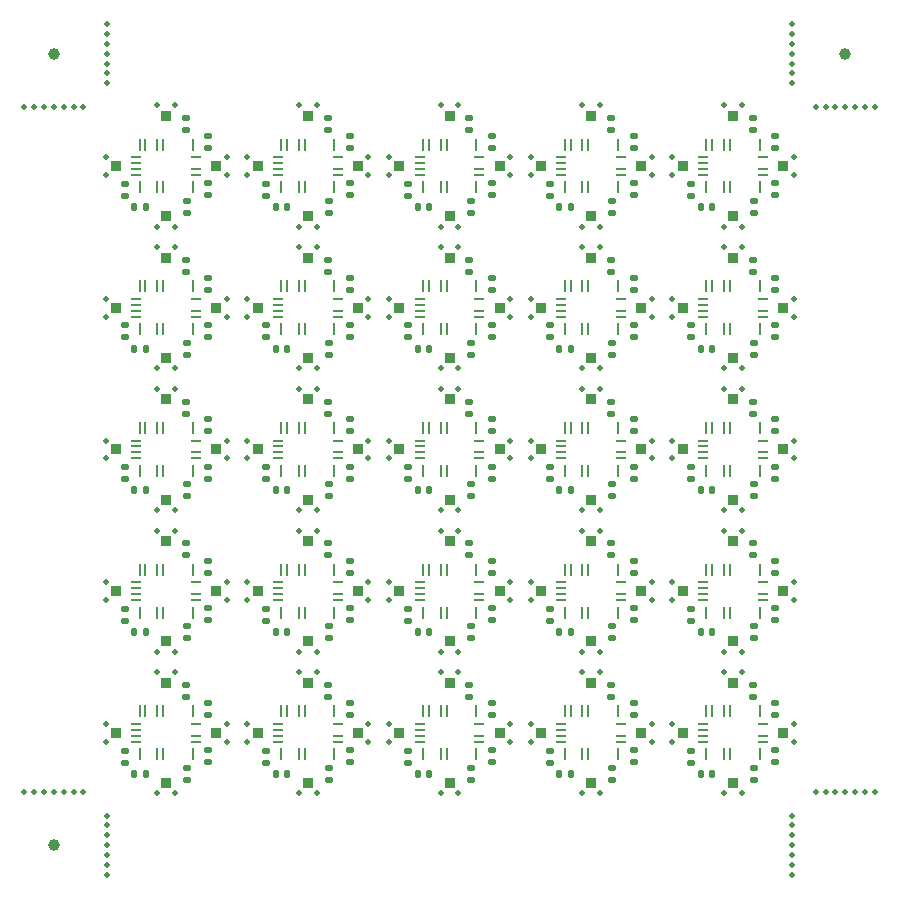
<source format=gbr>
%TF.GenerationSoftware,KiCad,Pcbnew,7.0.6-1.fc38*%
%TF.CreationDate,2023-07-26T15:00:37-04:00*%
%TF.ProjectId,bno085-i2c-board-v4-panel,626e6f30-3835-42d6-9932-632d626f6172,rev?*%
%TF.SameCoordinates,Original*%
%TF.FileFunction,Soldermask,Top*%
%TF.FilePolarity,Negative*%
%FSLAX46Y46*%
G04 Gerber Fmt 4.6, Leading zero omitted, Abs format (unit mm)*
G04 Created by KiCad (PCBNEW 7.0.6-1.fc38) date 2023-07-26 15:00:37*
%MOMM*%
%LPD*%
G01*
G04 APERTURE LIST*
G04 Aperture macros list*
%AMRoundRect*
0 Rectangle with rounded corners*
0 $1 Rounding radius*
0 $2 $3 $4 $5 $6 $7 $8 $9 X,Y pos of 4 corners*
0 Add a 4 corners polygon primitive as box body*
4,1,4,$2,$3,$4,$5,$6,$7,$8,$9,$2,$3,0*
0 Add four circle primitives for the rounded corners*
1,1,$1+$1,$2,$3*
1,1,$1+$1,$4,$5*
1,1,$1+$1,$6,$7*
1,1,$1+$1,$8,$9*
0 Add four rect primitives between the rounded corners*
20,1,$1+$1,$2,$3,$4,$5,0*
20,1,$1+$1,$4,$5,$6,$7,0*
20,1,$1+$1,$6,$7,$8,$9,0*
20,1,$1+$1,$8,$9,$2,$3,0*%
G04 Aperture macros list end*
%ADD10RoundRect,0.135000X-0.185000X0.135000X-0.185000X-0.135000X0.185000X-0.135000X0.185000X0.135000X0*%
%ADD11R,0.254000X0.975000*%
%ADD12R,0.950000X0.254000*%
%ADD13R,0.850000X0.850000*%
%ADD14C,0.500000*%
%ADD15RoundRect,0.140000X0.140000X0.170000X-0.140000X0.170000X-0.140000X-0.170000X0.140000X-0.170000X0*%
%ADD16RoundRect,0.135000X0.185000X-0.135000X0.185000X0.135000X-0.185000X0.135000X-0.185000X-0.135000X0*%
%ADD17C,1.000000*%
G04 APERTURE END LIST*
D10*
%TO.C,R5*%
X63579999Y-33450004D03*
X63579999Y-34470004D03*
%TD*%
D11*
%TO.C,U1*%
X21749999Y-46187504D03*
D12*
X21474999Y-47250004D03*
X21474999Y-47750004D03*
X21474999Y-48250004D03*
X21474999Y-48750004D03*
D11*
X21749999Y-49812504D03*
X23249999Y-49812504D03*
X23749999Y-49812504D03*
X26249999Y-49812504D03*
D12*
X26524999Y-48750004D03*
X26524999Y-48250004D03*
X26524999Y-47250004D03*
D11*
X26249999Y-46187504D03*
X23749999Y-46187504D03*
X23249999Y-46187504D03*
X22249999Y-46187504D03*
%TD*%
D13*
%TO.C,J3*%
X19749999Y-48000004D03*
%TD*%
D10*
%TO.C,R3*%
X20479999Y-61502707D03*
X20479999Y-62522707D03*
%TD*%
D13*
%TO.C,J4*%
X40249999Y-12000004D03*
%TD*%
%TO.C,J1*%
X11999999Y-19750004D03*
%TD*%
%TO.C,J2*%
X59999999Y-16250004D03*
%TD*%
%TO.C,J2*%
X11999999Y-28250004D03*
%TD*%
D10*
%TO.C,R5*%
X15579999Y-45450004D03*
X15579999Y-46470004D03*
%TD*%
D14*
%TO.C,REF\u002A\u002A*%
X0Y-7000000D03*
%TD*%
D11*
%TO.C,U1*%
X45749999Y-34187504D03*
D12*
X45474999Y-35250004D03*
X45474999Y-35750004D03*
X45474999Y-36250004D03*
X45474999Y-36750004D03*
D11*
X45749999Y-37812504D03*
X47249999Y-37812504D03*
X47749999Y-37812504D03*
X50249999Y-37812504D03*
D12*
X50524999Y-36750004D03*
X50524999Y-36250004D03*
X50524999Y-35250004D03*
D11*
X50249999Y-34187504D03*
X47749999Y-34187504D03*
X47249999Y-34187504D03*
X46249999Y-34187504D03*
%TD*%
D14*
%TO.C,REF\u002A\u002A*%
X41124998Y-23250001D03*
%TD*%
D13*
%TO.C,J4*%
X64249999Y-60000004D03*
%TD*%
D14*
%TO.C,REF\u002A\u002A*%
X12749999Y-29125003D03*
%TD*%
%TO.C,REF\u002A\u002A*%
X60749999Y-17125003D03*
%TD*%
%TO.C,REF\u002A\u002A*%
X3333334Y-7000000D03*
%TD*%
D10*
%TO.C,R3*%
X20479999Y-13502707D03*
X20479999Y-14522707D03*
%TD*%
%TO.C,R5*%
X63579999Y-9450004D03*
X63579999Y-10470004D03*
%TD*%
D13*
%TO.C,J4*%
X28249999Y-36000004D03*
%TD*%
%TO.C,J3*%
X31749999Y-24000004D03*
%TD*%
D14*
%TO.C,REF\u002A\u002A*%
X64999998Y-1666667D03*
%TD*%
D15*
%TO.C,C1*%
X46259999Y-39460004D03*
X45299999Y-39460004D03*
%TD*%
D13*
%TO.C,J2*%
X59999999Y-52250004D03*
%TD*%
%TO.C,J4*%
X16249999Y-36000004D03*
%TD*%
%TO.C,J4*%
X64249999Y-48000004D03*
%TD*%
D14*
%TO.C,REF\u002A\u002A*%
X30874999Y-36750001D03*
%TD*%
D10*
%TO.C,R3*%
X44479999Y-61502707D03*
X44479999Y-62522707D03*
%TD*%
D14*
%TO.C,REF\u002A\u002A*%
X41124998Y-59250001D03*
%TD*%
D16*
%TO.C,R1*%
X25779999Y-39970004D03*
X25779999Y-38950004D03*
%TD*%
D14*
%TO.C,REF\u002A\u002A*%
X6875000Y-59250001D03*
%TD*%
D16*
%TO.C,R4*%
X25679999Y-8970004D03*
X25679999Y-7950004D03*
%TD*%
D14*
%TO.C,REF\u002A\u002A*%
X36749999Y-42875003D03*
%TD*%
D13*
%TO.C,J4*%
X40249999Y-36000004D03*
%TD*%
D10*
%TO.C,R2*%
X27579999Y-37450004D03*
X27579999Y-38470004D03*
%TD*%
%TO.C,R2*%
X27579999Y-49450004D03*
X27579999Y-50470004D03*
%TD*%
D13*
%TO.C,J2*%
X47999999Y-40250004D03*
%TD*%
D11*
%TO.C,U1*%
X21749999Y-22187504D03*
D12*
X21474999Y-23250004D03*
X21474999Y-23750004D03*
X21474999Y-24250004D03*
X21474999Y-24750004D03*
D11*
X21749999Y-25812504D03*
X23249999Y-25812504D03*
X23749999Y-25812504D03*
X26249999Y-25812504D03*
D12*
X26524999Y-24750004D03*
X26524999Y-24250004D03*
X26524999Y-23250004D03*
D11*
X26249999Y-22187504D03*
X23749999Y-22187504D03*
X23249999Y-22187504D03*
X22249999Y-22187504D03*
%TD*%
D13*
%TO.C,J1*%
X35999999Y-19750004D03*
%TD*%
D14*
%TO.C,REF\u002A\u002A*%
X23249999Y-42875000D03*
%TD*%
%TO.C,REF\u002A\u002A*%
X30874999Y-23250001D03*
%TD*%
D16*
%TO.C,R1*%
X61779999Y-27970004D03*
X61779999Y-26950004D03*
%TD*%
D15*
%TO.C,C1*%
X58259999Y-63460004D03*
X57299999Y-63460004D03*
%TD*%
D14*
%TO.C,REF\u002A\u002A*%
X24749999Y-41125003D03*
%TD*%
%TO.C,REF\u002A\u002A*%
X53124998Y-24750001D03*
%TD*%
D11*
%TO.C,U1*%
X45749999Y-22187504D03*
D12*
X45474999Y-23250004D03*
X45474999Y-23750004D03*
X45474999Y-24250004D03*
X45474999Y-24750004D03*
D11*
X45749999Y-25812504D03*
X47249999Y-25812504D03*
X47749999Y-25812504D03*
X50249999Y-25812504D03*
D12*
X50524999Y-24750004D03*
X50524999Y-24250004D03*
X50524999Y-23250004D03*
D11*
X50249999Y-22187504D03*
X47749999Y-22187504D03*
X47249999Y-22187504D03*
X46249999Y-22187504D03*
%TD*%
D13*
%TO.C,J1*%
X59999999Y-31750004D03*
%TD*%
%TO.C,J4*%
X64249999Y-12000004D03*
%TD*%
D10*
%TO.C,R3*%
X56479999Y-37502707D03*
X56479999Y-38522707D03*
%TD*%
D14*
%TO.C,REF\u002A\u002A*%
X30874999Y-59250001D03*
%TD*%
%TO.C,REF\u002A\u002A*%
X41124998Y-11250002D03*
%TD*%
D13*
%TO.C,J1*%
X11999999Y-55750004D03*
%TD*%
D14*
%TO.C,REF\u002A\u002A*%
X64999998Y-72000004D03*
%TD*%
%TO.C,REF\u002A\u002A*%
X35249999Y-29125003D03*
%TD*%
%TO.C,REF\u002A\u002A*%
X7000000Y-72000004D03*
%TD*%
%TO.C,REF\u002A\u002A*%
X35249999Y-30875000D03*
%TD*%
D15*
%TO.C,C1*%
X22259999Y-15460004D03*
X21299999Y-15460004D03*
%TD*%
D10*
%TO.C,R3*%
X32479999Y-49502707D03*
X32479999Y-50522707D03*
%TD*%
D14*
%TO.C,REF\u002A\u002A*%
X7000000Y0D03*
%TD*%
D15*
%TO.C,C1*%
X10259999Y-39460004D03*
X9299999Y-39460004D03*
%TD*%
D14*
%TO.C,REF\u002A\u002A*%
X41124998Y-36750001D03*
%TD*%
%TO.C,REF\u002A\u002A*%
X5000000Y-7000000D03*
%TD*%
D11*
%TO.C,U1*%
X9749999Y-46187504D03*
D12*
X9474999Y-47250004D03*
X9474999Y-47750004D03*
X9474999Y-48250004D03*
X9474999Y-48750004D03*
D11*
X9749999Y-49812504D03*
X11249999Y-49812504D03*
X11749999Y-49812504D03*
X14249999Y-49812504D03*
D12*
X14524999Y-48750004D03*
X14524999Y-48250004D03*
X14524999Y-47250004D03*
D11*
X14249999Y-46187504D03*
X11749999Y-46187504D03*
X11249999Y-46187504D03*
X10249999Y-46187504D03*
%TD*%
D14*
%TO.C,REF\u002A\u002A*%
X42874999Y-24750001D03*
%TD*%
%TO.C,REF\u002A\u002A*%
X18874999Y-48750001D03*
%TD*%
D16*
%TO.C,R4*%
X49679999Y-20970004D03*
X49679999Y-19950004D03*
%TD*%
D13*
%TO.C,J2*%
X35999999Y-16250004D03*
%TD*%
D10*
%TO.C,R5*%
X39579999Y-45450004D03*
X39579999Y-46470004D03*
%TD*%
D14*
%TO.C,REF\u002A\u002A*%
X23249999Y-53125003D03*
%TD*%
D13*
%TO.C,J4*%
X28249999Y-48000004D03*
%TD*%
%TO.C,J2*%
X11999999Y-64250004D03*
%TD*%
D17*
%TO.C,REF\u002A\u002A*%
X69499999Y-2500000D03*
%TD*%
D11*
%TO.C,U1*%
X9749999Y-10187504D03*
D12*
X9474999Y-11250004D03*
X9474999Y-11750004D03*
X9474999Y-12250004D03*
X9474999Y-12750004D03*
D11*
X9749999Y-13812504D03*
X11249999Y-13812504D03*
X11749999Y-13812504D03*
X14249999Y-13812504D03*
D12*
X14524999Y-12750004D03*
X14524999Y-12250004D03*
X14524999Y-11250004D03*
D11*
X14249999Y-10187504D03*
X11749999Y-10187504D03*
X11249999Y-10187504D03*
X10249999Y-10187504D03*
%TD*%
D15*
%TO.C,C1*%
X22259999Y-39460004D03*
X21299999Y-39460004D03*
%TD*%
D10*
%TO.C,R5*%
X27579999Y-45450004D03*
X27579999Y-46470004D03*
%TD*%
D16*
%TO.C,R4*%
X13679999Y-44970004D03*
X13679999Y-43950004D03*
%TD*%
D14*
%TO.C,REF\u002A\u002A*%
X41124998Y-60750001D03*
%TD*%
D13*
%TO.C,J2*%
X23999999Y-52250004D03*
%TD*%
D14*
%TO.C,REF\u002A\u002A*%
X12749999Y-6875004D03*
%TD*%
D16*
%TO.C,R1*%
X49779999Y-63970004D03*
X49779999Y-62950004D03*
%TD*%
D13*
%TO.C,J2*%
X35999999Y-40250004D03*
%TD*%
%TO.C,J1*%
X35999999Y-7750004D03*
%TD*%
%TO.C,J3*%
X7749999Y-36000004D03*
%TD*%
%TO.C,J4*%
X52249999Y-36000004D03*
%TD*%
D14*
%TO.C,REF\u002A\u002A*%
X65124998Y-24750001D03*
%TD*%
D11*
%TO.C,U1*%
X33749999Y-22187504D03*
D12*
X33474999Y-23250004D03*
X33474999Y-23750004D03*
X33474999Y-24250004D03*
X33474999Y-24750004D03*
D11*
X33749999Y-25812504D03*
X35249999Y-25812504D03*
X35749999Y-25812504D03*
X38249999Y-25812504D03*
D12*
X38524999Y-24750004D03*
X38524999Y-24250004D03*
X38524999Y-23250004D03*
D11*
X38249999Y-22187504D03*
X35749999Y-22187504D03*
X35249999Y-22187504D03*
X34249999Y-22187504D03*
%TD*%
D10*
%TO.C,R2*%
X27579999Y-61450004D03*
X27579999Y-62470004D03*
%TD*%
D13*
%TO.C,J1*%
X59999999Y-43750004D03*
%TD*%
D14*
%TO.C,REF\u002A\u002A*%
X41124998Y-47250001D03*
%TD*%
%TO.C,REF\u002A\u002A*%
X60749999Y-29125003D03*
%TD*%
D10*
%TO.C,R5*%
X15579999Y-21450004D03*
X15579999Y-22470004D03*
%TD*%
D14*
%TO.C,REF\u002A\u002A*%
X23249999Y-6875001D03*
%TD*%
%TO.C,REF\u002A\u002A*%
X48749999Y-29125003D03*
%TD*%
%TO.C,REF\u002A\u002A*%
X54874999Y-24750001D03*
%TD*%
%TO.C,REF\u002A\u002A*%
X18874999Y-60750001D03*
%TD*%
%TO.C,REF\u002A\u002A*%
X53124998Y-12750001D03*
%TD*%
%TO.C,REF\u002A\u002A*%
X7000000Y-67833337D03*
%TD*%
%TO.C,REF\u002A\u002A*%
X67833332Y-7000000D03*
%TD*%
%TO.C,REF\u002A\u002A*%
X70333332Y-7000000D03*
%TD*%
D13*
%TO.C,J1*%
X23999999Y-43750004D03*
%TD*%
%TO.C,J4*%
X52249999Y-60000004D03*
%TD*%
D14*
%TO.C,REF\u002A\u002A*%
X60749999Y-30875003D03*
%TD*%
%TO.C,REF\u002A\u002A*%
X59249999Y-54875000D03*
%TD*%
%TO.C,REF\u002A\u002A*%
X54874999Y-12750001D03*
%TD*%
%TO.C,REF\u002A\u002A*%
X65124998Y-48750001D03*
%TD*%
D16*
%TO.C,R1*%
X37779999Y-39970004D03*
X37779999Y-38950004D03*
%TD*%
D14*
%TO.C,REF\u002A\u002A*%
X12749999Y-65125003D03*
%TD*%
%TO.C,REF\u002A\u002A*%
X47249999Y-17125003D03*
%TD*%
D15*
%TO.C,C1*%
X22259999Y-51460004D03*
X21299999Y-51460004D03*
%TD*%
D13*
%TO.C,J1*%
X59999999Y-7750004D03*
%TD*%
D14*
%TO.C,REF\u002A\u002A*%
X3333334Y-65000003D03*
%TD*%
%TO.C,REF\u002A\u002A*%
X42874999Y-60750001D03*
%TD*%
D13*
%TO.C,J3*%
X43749999Y-24000004D03*
%TD*%
D14*
%TO.C,REF\u002A\u002A*%
X29124998Y-60750001D03*
%TD*%
D13*
%TO.C,J4*%
X40249999Y-24000004D03*
%TD*%
D10*
%TO.C,R5*%
X39579999Y-21450004D03*
X39579999Y-22470004D03*
%TD*%
D14*
%TO.C,REF\u002A\u002A*%
X17124998Y-59250001D03*
%TD*%
%TO.C,REF\u002A\u002A*%
X53124998Y-23250001D03*
%TD*%
D10*
%TO.C,R5*%
X51579999Y-33450004D03*
X51579999Y-34470004D03*
%TD*%
D14*
%TO.C,REF\u002A\u002A*%
X18874999Y-23250001D03*
%TD*%
D10*
%TO.C,R5*%
X63579999Y-21450004D03*
X63579999Y-22470004D03*
%TD*%
D13*
%TO.C,J3*%
X19749999Y-60000004D03*
%TD*%
D14*
%TO.C,REF\u002A\u002A*%
X35249999Y-42875000D03*
%TD*%
D13*
%TO.C,J2*%
X11999999Y-52250004D03*
%TD*%
D14*
%TO.C,REF\u002A\u002A*%
X65124998Y-23250001D03*
%TD*%
%TO.C,REF\u002A\u002A*%
X48749999Y-30875003D03*
%TD*%
D10*
%TO.C,R2*%
X39579999Y-49450004D03*
X39579999Y-50470004D03*
%TD*%
D13*
%TO.C,J2*%
X35999999Y-28250004D03*
%TD*%
D14*
%TO.C,REF\u002A\u002A*%
X47249999Y-41125003D03*
%TD*%
D15*
%TO.C,C1*%
X34259999Y-27460004D03*
X33299999Y-27460004D03*
%TD*%
D14*
%TO.C,REF\u002A\u002A*%
X7000000Y-2500000D03*
%TD*%
%TO.C,REF\u002A\u002A*%
X47249999Y-6875001D03*
%TD*%
%TO.C,REF\u002A\u002A*%
X30874999Y-35250001D03*
%TD*%
%TO.C,REF\u002A\u002A*%
X11250000Y-29125003D03*
%TD*%
%TO.C,REF\u002A\u002A*%
X65124998Y-60750001D03*
%TD*%
%TO.C,REF\u002A\u002A*%
X2500000Y-65000003D03*
%TD*%
%TO.C,REF\u002A\u002A*%
X7000000Y-71166670D03*
%TD*%
%TO.C,REF\u002A\u002A*%
X30874999Y-24750001D03*
%TD*%
D10*
%TO.C,R3*%
X20479999Y-25502707D03*
X20479999Y-26522707D03*
%TD*%
D14*
%TO.C,REF\u002A\u002A*%
X65124998Y-59250001D03*
%TD*%
%TO.C,REF\u002A\u002A*%
X54874999Y-59250001D03*
%TD*%
%TO.C,REF\u002A\u002A*%
X35249999Y-18875000D03*
%TD*%
%TO.C,REF\u002A\u002A*%
X11250000Y-30875000D03*
%TD*%
D10*
%TO.C,R3*%
X56479999Y-25502707D03*
X56479999Y-26522707D03*
%TD*%
D13*
%TO.C,J3*%
X19749999Y-36000004D03*
%TD*%
D14*
%TO.C,REF\u002A\u002A*%
X23249999Y-17125003D03*
%TD*%
D10*
%TO.C,R5*%
X51579999Y-21450004D03*
X51579999Y-22470004D03*
%TD*%
D14*
%TO.C,REF\u002A\u002A*%
X47249999Y-18875000D03*
%TD*%
D11*
%TO.C,U1*%
X57749999Y-22187504D03*
D12*
X57474999Y-23250004D03*
X57474999Y-23750004D03*
X57474999Y-24250004D03*
X57474999Y-24750004D03*
D11*
X57749999Y-25812504D03*
X59249999Y-25812504D03*
X59749999Y-25812504D03*
X62249999Y-25812504D03*
D12*
X62524999Y-24750004D03*
X62524999Y-24250004D03*
X62524999Y-23250004D03*
D11*
X62249999Y-22187504D03*
X59749999Y-22187504D03*
X59249999Y-22187504D03*
X58249999Y-22187504D03*
%TD*%
D14*
%TO.C,REF\u002A\u002A*%
X59249999Y-53125003D03*
%TD*%
D10*
%TO.C,R2*%
X51579999Y-25450004D03*
X51579999Y-26470004D03*
%TD*%
%TO.C,R2*%
X15579999Y-25450004D03*
X15579999Y-26470004D03*
%TD*%
D13*
%TO.C,J4*%
X16249999Y-60000004D03*
%TD*%
D16*
%TO.C,R1*%
X13779999Y-63970004D03*
X13779999Y-62950004D03*
%TD*%
D13*
%TO.C,J4*%
X16249999Y-48000004D03*
%TD*%
D14*
%TO.C,REF\u002A\u002A*%
X47249999Y-53125003D03*
%TD*%
D10*
%TO.C,R2*%
X15579999Y-61450004D03*
X15579999Y-62470004D03*
%TD*%
D14*
%TO.C,REF\u002A\u002A*%
X53124998Y-48750001D03*
%TD*%
%TO.C,REF\u002A\u002A*%
X60749999Y-53125003D03*
%TD*%
%TO.C,REF\u002A\u002A*%
X65124998Y-11250002D03*
%TD*%
D13*
%TO.C,J3*%
X19749999Y-12000004D03*
%TD*%
%TO.C,J2*%
X11999999Y-16250004D03*
%TD*%
D14*
%TO.C,REF\u002A\u002A*%
X36749999Y-29125003D03*
%TD*%
D16*
%TO.C,R4*%
X37679999Y-8970004D03*
X37679999Y-7950004D03*
%TD*%
D13*
%TO.C,J4*%
X16249999Y-12000004D03*
%TD*%
D17*
%TO.C,REF\u002A\u002A*%
X2500000Y-2500000D03*
%TD*%
D10*
%TO.C,R2*%
X39579999Y-61450004D03*
X39579999Y-62470004D03*
%TD*%
D14*
%TO.C,REF\u002A\u002A*%
X11250000Y-65125003D03*
%TD*%
%TO.C,REF\u002A\u002A*%
X41124998Y-12750001D03*
%TD*%
D15*
%TO.C,C1*%
X10259999Y-27460004D03*
X9299999Y-27460004D03*
%TD*%
D14*
%TO.C,REF\u002A\u002A*%
X11250000Y-53125003D03*
%TD*%
%TO.C,REF\u002A\u002A*%
X36749999Y-53125003D03*
%TD*%
D13*
%TO.C,J2*%
X23999999Y-28250004D03*
%TD*%
D10*
%TO.C,R2*%
X63579999Y-61450004D03*
X63579999Y-62470004D03*
%TD*%
D14*
%TO.C,REF\u002A\u002A*%
X71999999Y-65000003D03*
%TD*%
%TO.C,REF\u002A\u002A*%
X60749999Y-18875003D03*
%TD*%
D10*
%TO.C,R2*%
X27579999Y-13450004D03*
X27579999Y-14470004D03*
%TD*%
D11*
%TO.C,U1*%
X45749999Y-58187504D03*
D12*
X45474999Y-59250004D03*
X45474999Y-59750004D03*
X45474999Y-60250004D03*
X45474999Y-60750004D03*
D11*
X45749999Y-61812504D03*
X47249999Y-61812504D03*
X47749999Y-61812504D03*
X50249999Y-61812504D03*
D12*
X50524999Y-60750004D03*
X50524999Y-60250004D03*
X50524999Y-59250004D03*
D11*
X50249999Y-58187504D03*
X47749999Y-58187504D03*
X47249999Y-58187504D03*
X46249999Y-58187504D03*
%TD*%
D10*
%TO.C,R3*%
X44479999Y-37502707D03*
X44479999Y-38522707D03*
%TD*%
D14*
%TO.C,REF\u002A\u002A*%
X17124998Y-24750001D03*
%TD*%
D15*
%TO.C,C1*%
X58259999Y-15460004D03*
X57299999Y-15460004D03*
%TD*%
D14*
%TO.C,REF\u002A\u002A*%
X6875000Y-36750001D03*
%TD*%
D13*
%TO.C,J1*%
X47999999Y-19750004D03*
%TD*%
D14*
%TO.C,REF\u002A\u002A*%
X68666665Y-65000003D03*
%TD*%
%TO.C,REF\u002A\u002A*%
X59249999Y-41125003D03*
%TD*%
%TO.C,REF\u002A\u002A*%
X30874999Y-47250001D03*
%TD*%
%TO.C,REF\u002A\u002A*%
X59249999Y-17125003D03*
%TD*%
D16*
%TO.C,R1*%
X49779999Y-39970004D03*
X49779999Y-38950004D03*
%TD*%
D14*
%TO.C,REF\u002A\u002A*%
X64999998Y-69500004D03*
%TD*%
D13*
%TO.C,J3*%
X7749999Y-12000004D03*
%TD*%
D16*
%TO.C,R4*%
X61679999Y-20970004D03*
X61679999Y-19950004D03*
%TD*%
D10*
%TO.C,R3*%
X32479999Y-25502707D03*
X32479999Y-26522707D03*
%TD*%
D16*
%TO.C,R4*%
X13679999Y-32970004D03*
X13679999Y-31950004D03*
%TD*%
D14*
%TO.C,REF\u002A\u002A*%
X65124998Y-35250001D03*
%TD*%
%TO.C,REF\u002A\u002A*%
X60749999Y-65125003D03*
%TD*%
%TO.C,REF\u002A\u002A*%
X42874999Y-35250001D03*
%TD*%
D13*
%TO.C,J4*%
X64249999Y-24000004D03*
%TD*%
D14*
%TO.C,REF\u002A\u002A*%
X65124998Y-36750001D03*
%TD*%
D16*
%TO.C,R1*%
X37779999Y-63970004D03*
X37779999Y-62950004D03*
%TD*%
D10*
%TO.C,R5*%
X27579999Y-21450004D03*
X27579999Y-22470004D03*
%TD*%
D16*
%TO.C,R4*%
X49679999Y-8970004D03*
X49679999Y-7950004D03*
%TD*%
D14*
%TO.C,REF\u002A\u002A*%
X18874999Y-35250001D03*
%TD*%
D10*
%TO.C,R3*%
X32479999Y-37502707D03*
X32479999Y-38522707D03*
%TD*%
D16*
%TO.C,R1*%
X13779999Y-39970004D03*
X13779999Y-38950004D03*
%TD*%
D14*
%TO.C,REF\u002A\u002A*%
X17124998Y-60750001D03*
%TD*%
D16*
%TO.C,R1*%
X25779999Y-63970004D03*
X25779999Y-62950004D03*
%TD*%
D13*
%TO.C,J2*%
X47999999Y-52250004D03*
%TD*%
D14*
%TO.C,REF\u002A\u002A*%
X42874999Y-36750001D03*
%TD*%
%TO.C,REF\u002A\u002A*%
X42874999Y-11250002D03*
%TD*%
%TO.C,REF\u002A\u002A*%
X6875000Y-60750001D03*
%TD*%
D15*
%TO.C,C1*%
X34259999Y-63460004D03*
X33299999Y-63460004D03*
%TD*%
D10*
%TO.C,R2*%
X63579999Y-49450004D03*
X63579999Y-50470004D03*
%TD*%
D14*
%TO.C,REF\u002A\u002A*%
X23249999Y-41125003D03*
%TD*%
D13*
%TO.C,J2*%
X23999999Y-64250004D03*
%TD*%
D14*
%TO.C,REF\u002A\u002A*%
X47249999Y-30875000D03*
%TD*%
%TO.C,REF\u002A\u002A*%
X42874999Y-23250001D03*
%TD*%
%TO.C,REF\u002A\u002A*%
X17124998Y-23250001D03*
%TD*%
%TO.C,REF\u002A\u002A*%
X6875000Y-11250002D03*
%TD*%
D11*
%TO.C,U1*%
X9749999Y-34187504D03*
D12*
X9474999Y-35250004D03*
X9474999Y-35750004D03*
X9474999Y-36250004D03*
X9474999Y-36750004D03*
D11*
X9749999Y-37812504D03*
X11249999Y-37812504D03*
X11749999Y-37812504D03*
X14249999Y-37812504D03*
D12*
X14524999Y-36750004D03*
X14524999Y-36250004D03*
X14524999Y-35250004D03*
D11*
X14249999Y-34187504D03*
X11749999Y-34187504D03*
X11249999Y-34187504D03*
X10249999Y-34187504D03*
%TD*%
D13*
%TO.C,J1*%
X35999999Y-43750004D03*
%TD*%
D14*
%TO.C,REF\u002A\u002A*%
X36749999Y-65125003D03*
%TD*%
D16*
%TO.C,R1*%
X25779999Y-51970004D03*
X25779999Y-50950004D03*
%TD*%
D14*
%TO.C,REF\u002A\u002A*%
X17124998Y-36750001D03*
%TD*%
D10*
%TO.C,R3*%
X44479999Y-25502707D03*
X44479999Y-26522707D03*
%TD*%
D11*
%TO.C,U1*%
X21749999Y-58187504D03*
D12*
X21474999Y-59250004D03*
X21474999Y-59750004D03*
X21474999Y-60250004D03*
X21474999Y-60750004D03*
D11*
X21749999Y-61812504D03*
X23249999Y-61812504D03*
X23749999Y-61812504D03*
X26249999Y-61812504D03*
D12*
X26524999Y-60750004D03*
X26524999Y-60250004D03*
X26524999Y-59250004D03*
D11*
X26249999Y-58187504D03*
X23749999Y-58187504D03*
X23249999Y-58187504D03*
X22249999Y-58187504D03*
%TD*%
D10*
%TO.C,R3*%
X8479999Y-13502707D03*
X8479999Y-14522707D03*
%TD*%
D14*
%TO.C,REF\u002A\u002A*%
X42874999Y-59250001D03*
%TD*%
D15*
%TO.C,C1*%
X10259999Y-51460004D03*
X9299999Y-51460004D03*
%TD*%
D14*
%TO.C,REF\u002A\u002A*%
X53124998Y-47250001D03*
%TD*%
%TO.C,REF\u002A\u002A*%
X69499999Y-65000003D03*
%TD*%
D10*
%TO.C,R2*%
X51579999Y-61450004D03*
X51579999Y-62470004D03*
%TD*%
D14*
%TO.C,REF\u002A\u002A*%
X17124998Y-35250001D03*
%TD*%
%TO.C,REF\u002A\u002A*%
X47249999Y-42875000D03*
%TD*%
D16*
%TO.C,R4*%
X37679999Y-20970004D03*
X37679999Y-19950004D03*
%TD*%
D10*
%TO.C,R2*%
X63579999Y-25450004D03*
X63579999Y-26470004D03*
%TD*%
D14*
%TO.C,REF\u002A\u002A*%
X54874999Y-36750001D03*
%TD*%
D13*
%TO.C,J4*%
X28249999Y-24000004D03*
%TD*%
D17*
%TO.C,REF\u002A\u002A*%
X2500000Y-69500004D03*
%TD*%
D14*
%TO.C,REF\u002A\u002A*%
X12749999Y-53125003D03*
%TD*%
D13*
%TO.C,J4*%
X64249999Y-36000004D03*
%TD*%
D16*
%TO.C,R4*%
X13679999Y-56970004D03*
X13679999Y-55950004D03*
%TD*%
%TO.C,R4*%
X25679999Y-32970004D03*
X25679999Y-31950004D03*
%TD*%
D13*
%TO.C,J1*%
X59999999Y-55750004D03*
%TD*%
D14*
%TO.C,REF\u002A\u002A*%
X17124998Y-11250002D03*
%TD*%
%TO.C,REF\u002A\u002A*%
X35249999Y-53125003D03*
%TD*%
%TO.C,REF\u002A\u002A*%
X24749999Y-65125003D03*
%TD*%
D16*
%TO.C,R1*%
X25779999Y-27970004D03*
X25779999Y-26950004D03*
%TD*%
D14*
%TO.C,REF\u002A\u002A*%
X1666667Y-7000000D03*
%TD*%
%TO.C,REF\u002A\u002A*%
X29124998Y-36750001D03*
%TD*%
D15*
%TO.C,C1*%
X46259999Y-51460004D03*
X45299999Y-51460004D03*
%TD*%
D10*
%TO.C,R5*%
X15579999Y-57450004D03*
X15579999Y-58470004D03*
%TD*%
D14*
%TO.C,REF\u002A\u002A*%
X29124998Y-23250001D03*
%TD*%
D16*
%TO.C,R1*%
X13779999Y-51970004D03*
X13779999Y-50950004D03*
%TD*%
D14*
%TO.C,REF\u002A\u002A*%
X30874999Y-12750001D03*
%TD*%
%TO.C,REF\u002A\u002A*%
X64999998Y-68666670D03*
%TD*%
%TO.C,REF\u002A\u002A*%
X54874999Y-47250001D03*
%TD*%
D16*
%TO.C,R4*%
X25679999Y-56970004D03*
X25679999Y-55950004D03*
%TD*%
D10*
%TO.C,R3*%
X56479999Y-13502707D03*
X56479999Y-14522707D03*
%TD*%
D14*
%TO.C,REF\u002A\u002A*%
X833334Y-7000000D03*
%TD*%
D10*
%TO.C,R2*%
X39579999Y-25450004D03*
X39579999Y-26470004D03*
%TD*%
D11*
%TO.C,U1*%
X33749999Y-10187504D03*
D12*
X33474999Y-11250004D03*
X33474999Y-11750004D03*
X33474999Y-12250004D03*
X33474999Y-12750004D03*
D11*
X33749999Y-13812504D03*
X35249999Y-13812504D03*
X35749999Y-13812504D03*
X38249999Y-13812504D03*
D12*
X38524999Y-12750004D03*
X38524999Y-12250004D03*
X38524999Y-11250004D03*
D11*
X38249999Y-10187504D03*
X35749999Y-10187504D03*
X35249999Y-10187504D03*
X34249999Y-10187504D03*
%TD*%
D13*
%TO.C,J2*%
X23999999Y-16250004D03*
%TD*%
D14*
%TO.C,REF\u002A\u002A*%
X53124998Y-60750001D03*
%TD*%
%TO.C,REF\u002A\u002A*%
X67833332Y-65000003D03*
%TD*%
%TO.C,REF\u002A\u002A*%
X4166667Y-65000003D03*
%TD*%
%TO.C,REF\u002A\u002A*%
X64999998Y-67833337D03*
%TD*%
D10*
%TO.C,R3*%
X8479999Y-25502707D03*
X8479999Y-26522707D03*
%TD*%
D15*
%TO.C,C1*%
X58259999Y-39460004D03*
X57299999Y-39460004D03*
%TD*%
D14*
%TO.C,REF\u002A\u002A*%
X24749999Y-6875004D03*
%TD*%
%TO.C,REF\u002A\u002A*%
X48749999Y-18875003D03*
%TD*%
%TO.C,REF\u002A\u002A*%
X42874999Y-12750001D03*
%TD*%
D13*
%TO.C,J1*%
X59999999Y-19750004D03*
%TD*%
D14*
%TO.C,REF\u002A\u002A*%
X35249999Y-54875000D03*
%TD*%
D10*
%TO.C,R5*%
X63579999Y-45450004D03*
X63579999Y-46470004D03*
%TD*%
D14*
%TO.C,REF\u002A\u002A*%
X64999998Y-833334D03*
%TD*%
%TO.C,REF\u002A\u002A*%
X53124998Y-36750001D03*
%TD*%
%TO.C,REF\u002A\u002A*%
X29124998Y-47250001D03*
%TD*%
D16*
%TO.C,R4*%
X25679999Y-20970004D03*
X25679999Y-19950004D03*
%TD*%
D14*
%TO.C,REF\u002A\u002A*%
X18874999Y-36750001D03*
%TD*%
%TO.C,REF\u002A\u002A*%
X48749999Y-6875004D03*
%TD*%
%TO.C,REF\u002A\u002A*%
X69499999Y-7000000D03*
%TD*%
D16*
%TO.C,R1*%
X49779999Y-27970004D03*
X49779999Y-26950004D03*
%TD*%
D10*
%TO.C,R5*%
X27579999Y-33450004D03*
X27579999Y-34470004D03*
%TD*%
D14*
%TO.C,REF\u002A\u002A*%
X17124998Y-48750001D03*
%TD*%
D16*
%TO.C,R1*%
X61779999Y-15970004D03*
X61779999Y-14950004D03*
%TD*%
%TO.C,R4*%
X13679999Y-8970004D03*
X13679999Y-7950004D03*
%TD*%
D10*
%TO.C,R5*%
X15579999Y-33450004D03*
X15579999Y-34470004D03*
%TD*%
D13*
%TO.C,J1*%
X23999999Y-19750004D03*
%TD*%
D14*
%TO.C,REF\u002A\u002A*%
X18874999Y-11250002D03*
%TD*%
D11*
%TO.C,U1*%
X45749999Y-10187504D03*
D12*
X45474999Y-11250004D03*
X45474999Y-11750004D03*
X45474999Y-12250004D03*
X45474999Y-12750004D03*
D11*
X45749999Y-13812504D03*
X47249999Y-13812504D03*
X47749999Y-13812504D03*
X50249999Y-13812504D03*
D12*
X50524999Y-12750004D03*
X50524999Y-12250004D03*
X50524999Y-11250004D03*
D11*
X50249999Y-10187504D03*
X47749999Y-10187504D03*
X47249999Y-10187504D03*
X46249999Y-10187504D03*
%TD*%
D14*
%TO.C,REF\u002A\u002A*%
X29124998Y-59250001D03*
%TD*%
D10*
%TO.C,R5*%
X51579999Y-9450004D03*
X51579999Y-10470004D03*
%TD*%
%TO.C,R2*%
X51579999Y-49450004D03*
X51579999Y-50470004D03*
%TD*%
D14*
%TO.C,REF\u002A\u002A*%
X29124998Y-12750001D03*
%TD*%
D13*
%TO.C,J1*%
X35999999Y-55750004D03*
%TD*%
D14*
%TO.C,REF\u002A\u002A*%
X12749999Y-18875003D03*
%TD*%
%TO.C,REF\u002A\u002A*%
X64999998Y-2500000D03*
%TD*%
%TO.C,REF\u002A\u002A*%
X7000000Y-68666670D03*
%TD*%
D13*
%TO.C,J4*%
X28249999Y-12000004D03*
%TD*%
D14*
%TO.C,REF\u002A\u002A*%
X12749999Y-30875003D03*
%TD*%
D10*
%TO.C,R3*%
X56479999Y-61502707D03*
X56479999Y-62522707D03*
%TD*%
D14*
%TO.C,REF\u002A\u002A*%
X53124998Y-11250002D03*
%TD*%
%TO.C,REF\u002A\u002A*%
X7000000Y-3333334D03*
%TD*%
%TO.C,REF\u002A\u002A*%
X7000000Y-67000004D03*
%TD*%
D10*
%TO.C,R3*%
X8479999Y-49502707D03*
X8479999Y-50522707D03*
%TD*%
D14*
%TO.C,REF\u002A\u002A*%
X36749999Y-17125003D03*
%TD*%
%TO.C,REF\u002A\u002A*%
X47249999Y-65125003D03*
%TD*%
D16*
%TO.C,R4*%
X37679999Y-56970004D03*
X37679999Y-55950004D03*
%TD*%
D14*
%TO.C,REF\u002A\u002A*%
X29124998Y-24750001D03*
%TD*%
%TO.C,REF\u002A\u002A*%
X54874999Y-11250002D03*
%TD*%
%TO.C,REF\u002A\u002A*%
X6875000Y-35250001D03*
%TD*%
D15*
%TO.C,C1*%
X22259999Y-63460004D03*
X21299999Y-63460004D03*
%TD*%
D10*
%TO.C,R5*%
X51579999Y-45450004D03*
X51579999Y-46470004D03*
%TD*%
D13*
%TO.C,J4*%
X52249999Y-48000004D03*
%TD*%
D15*
%TO.C,C1*%
X34259999Y-39460004D03*
X33299999Y-39460004D03*
%TD*%
D13*
%TO.C,J3*%
X19749999Y-24000004D03*
%TD*%
D14*
%TO.C,REF\u002A\u002A*%
X11250000Y-6875001D03*
%TD*%
D13*
%TO.C,J1*%
X47999999Y-7750004D03*
%TD*%
D10*
%TO.C,R2*%
X51579999Y-37450004D03*
X51579999Y-38470004D03*
%TD*%
D13*
%TO.C,J1*%
X35999999Y-31750004D03*
%TD*%
D14*
%TO.C,REF\u002A\u002A*%
X66999999Y-7000000D03*
%TD*%
D13*
%TO.C,J2*%
X59999999Y-64250004D03*
%TD*%
D14*
%TO.C,REF\u002A\u002A*%
X47249999Y-29125003D03*
%TD*%
D10*
%TO.C,R2*%
X39579999Y-13450004D03*
X39579999Y-14470004D03*
%TD*%
D14*
%TO.C,REF\u002A\u002A*%
X35249999Y-17125003D03*
%TD*%
D13*
%TO.C,J3*%
X7749999Y-60000004D03*
%TD*%
D16*
%TO.C,R4*%
X37679999Y-44970004D03*
X37679999Y-43950004D03*
%TD*%
D14*
%TO.C,REF\u002A\u002A*%
X64999998Y0D03*
%TD*%
D10*
%TO.C,R3*%
X44479999Y-49502707D03*
X44479999Y-50522707D03*
%TD*%
D14*
%TO.C,REF\u002A\u002A*%
X11250000Y-17125003D03*
%TD*%
%TO.C,REF\u002A\u002A*%
X71166665Y-65000003D03*
%TD*%
%TO.C,REF\u002A\u002A*%
X48749999Y-41125003D03*
%TD*%
D15*
%TO.C,C1*%
X46259999Y-15460004D03*
X45299999Y-15460004D03*
%TD*%
D14*
%TO.C,REF\u002A\u002A*%
X29124998Y-35250001D03*
%TD*%
D13*
%TO.C,J3*%
X43749999Y-60000004D03*
%TD*%
%TO.C,J1*%
X11999999Y-43750004D03*
%TD*%
D16*
%TO.C,R1*%
X49779999Y-15970004D03*
X49779999Y-14950004D03*
%TD*%
D14*
%TO.C,REF\u002A\u002A*%
X7000000Y-5000000D03*
%TD*%
D13*
%TO.C,J1*%
X47999999Y-31750004D03*
%TD*%
D10*
%TO.C,R2*%
X63579999Y-13450004D03*
X63579999Y-14470004D03*
%TD*%
D14*
%TO.C,REF\u002A\u002A*%
X35249999Y-41125003D03*
%TD*%
%TO.C,REF\u002A\u002A*%
X36749999Y-54875003D03*
%TD*%
%TO.C,REF\u002A\u002A*%
X23249999Y-29125003D03*
%TD*%
%TO.C,REF\u002A\u002A*%
X36749999Y-6875004D03*
%TD*%
%TO.C,REF\u002A\u002A*%
X4166667Y-7000000D03*
%TD*%
D13*
%TO.C,J4*%
X28249999Y-60000004D03*
%TD*%
%TO.C,J1*%
X11999999Y-7750004D03*
%TD*%
%TO.C,J2*%
X47999999Y-64250004D03*
%TD*%
D14*
%TO.C,REF\u002A\u002A*%
X11250000Y-41125003D03*
%TD*%
D13*
%TO.C,J4*%
X52249999Y-24000004D03*
%TD*%
%TO.C,J3*%
X55749999Y-24000004D03*
%TD*%
D16*
%TO.C,R1*%
X13779999Y-27970004D03*
X13779999Y-26950004D03*
%TD*%
D14*
%TO.C,REF\u002A\u002A*%
X29124998Y-48750001D03*
%TD*%
%TO.C,REF\u002A\u002A*%
X64999998Y-67000004D03*
%TD*%
%TO.C,REF\u002A\u002A*%
X11250000Y-42875000D03*
%TD*%
D15*
%TO.C,C1*%
X10259999Y-15460004D03*
X9299999Y-15460004D03*
%TD*%
%TO.C,C1*%
X58259999Y-27460004D03*
X57299999Y-27460004D03*
%TD*%
D13*
%TO.C,J3*%
X55749999Y-60000004D03*
%TD*%
D10*
%TO.C,R5*%
X15579999Y-9450004D03*
X15579999Y-10470004D03*
%TD*%
D11*
%TO.C,U1*%
X9749999Y-58187504D03*
D12*
X9474999Y-59250004D03*
X9474999Y-59750004D03*
X9474999Y-60250004D03*
X9474999Y-60750004D03*
D11*
X9749999Y-61812504D03*
X11249999Y-61812504D03*
X11749999Y-61812504D03*
X14249999Y-61812504D03*
D12*
X14524999Y-60750004D03*
X14524999Y-60250004D03*
X14524999Y-59250004D03*
D11*
X14249999Y-58187504D03*
X11749999Y-58187504D03*
X11249999Y-58187504D03*
X10249999Y-58187504D03*
%TD*%
D14*
%TO.C,REF\u002A\u002A*%
X18874999Y-47250001D03*
%TD*%
%TO.C,REF\u002A\u002A*%
X71999999Y-7000000D03*
%TD*%
%TO.C,REF\u002A\u002A*%
X54874999Y-35250001D03*
%TD*%
%TO.C,REF\u002A\u002A*%
X64999998Y-3333334D03*
%TD*%
%TO.C,REF\u002A\u002A*%
X24749999Y-42875003D03*
%TD*%
%TO.C,REF\u002A\u002A*%
X30874999Y-60750001D03*
%TD*%
D11*
%TO.C,U1*%
X33749999Y-58187504D03*
D12*
X33474999Y-59250004D03*
X33474999Y-59750004D03*
X33474999Y-60250004D03*
X33474999Y-60750004D03*
D11*
X33749999Y-61812504D03*
X35249999Y-61812504D03*
X35749999Y-61812504D03*
X38249999Y-61812504D03*
D12*
X38524999Y-60750004D03*
X38524999Y-60250004D03*
X38524999Y-59250004D03*
D11*
X38249999Y-58187504D03*
X35749999Y-58187504D03*
X35249999Y-58187504D03*
X34249999Y-58187504D03*
%TD*%
D14*
%TO.C,REF\u002A\u002A*%
X68666665Y-7000000D03*
%TD*%
D10*
%TO.C,R3*%
X20479999Y-37502707D03*
X20479999Y-38522707D03*
%TD*%
D14*
%TO.C,REF\u002A\u002A*%
X12749999Y-42875003D03*
%TD*%
%TO.C,REF\u002A\u002A*%
X30874999Y-48750001D03*
%TD*%
D13*
%TO.C,J3*%
X7749999Y-48000004D03*
%TD*%
D16*
%TO.C,R4*%
X13679999Y-20970004D03*
X13679999Y-19950004D03*
%TD*%
%TO.C,R4*%
X37679999Y-32970004D03*
X37679999Y-31950004D03*
%TD*%
D14*
%TO.C,REF\u002A\u002A*%
X48749999Y-65125003D03*
%TD*%
%TO.C,REF\u002A\u002A*%
X24749999Y-53125003D03*
%TD*%
D13*
%TO.C,J3*%
X43749999Y-36000004D03*
%TD*%
D15*
%TO.C,C1*%
X34259999Y-15460004D03*
X33299999Y-15460004D03*
%TD*%
%TO.C,C1*%
X46259999Y-27460004D03*
X45299999Y-27460004D03*
%TD*%
D10*
%TO.C,R2*%
X63579999Y-37450004D03*
X63579999Y-38470004D03*
%TD*%
D14*
%TO.C,REF\u002A\u002A*%
X24749999Y-18875003D03*
%TD*%
D13*
%TO.C,J3*%
X55749999Y-36000004D03*
%TD*%
D14*
%TO.C,REF\u002A\u002A*%
X36749999Y-18875003D03*
%TD*%
%TO.C,REF\u002A\u002A*%
X0Y-65000003D03*
%TD*%
D13*
%TO.C,J3*%
X31749999Y-12000004D03*
%TD*%
%TO.C,J1*%
X47999999Y-43750004D03*
%TD*%
D16*
%TO.C,R1*%
X37779999Y-27970004D03*
X37779999Y-26950004D03*
%TD*%
D13*
%TO.C,J1*%
X23999999Y-55750004D03*
%TD*%
%TO.C,J4*%
X40249999Y-48000004D03*
%TD*%
D14*
%TO.C,REF\u002A\u002A*%
X5000000Y-65000003D03*
%TD*%
D13*
%TO.C,J4*%
X40249999Y-60000004D03*
%TD*%
D10*
%TO.C,R2*%
X51579999Y-13450004D03*
X51579999Y-14470004D03*
%TD*%
D11*
%TO.C,U1*%
X45749999Y-46187504D03*
D12*
X45474999Y-47250004D03*
X45474999Y-47750004D03*
X45474999Y-48250004D03*
X45474999Y-48750004D03*
D11*
X45749999Y-49812504D03*
X47249999Y-49812504D03*
X47749999Y-49812504D03*
X50249999Y-49812504D03*
D12*
X50524999Y-48750004D03*
X50524999Y-48250004D03*
X50524999Y-47250004D03*
D11*
X50249999Y-46187504D03*
X47749999Y-46187504D03*
X47249999Y-46187504D03*
X46249999Y-46187504D03*
%TD*%
D14*
%TO.C,REF\u002A\u002A*%
X65124998Y-47250001D03*
%TD*%
%TO.C,REF\u002A\u002A*%
X7000000Y-69500004D03*
%TD*%
%TO.C,REF\u002A\u002A*%
X24749999Y-17125003D03*
%TD*%
D16*
%TO.C,R4*%
X49679999Y-32970004D03*
X49679999Y-31950004D03*
%TD*%
D13*
%TO.C,J1*%
X47999999Y-55750004D03*
%TD*%
D14*
%TO.C,REF\u002A\u002A*%
X6875000Y-47250001D03*
%TD*%
D11*
%TO.C,U1*%
X21749999Y-10187504D03*
D12*
X21474999Y-11250004D03*
X21474999Y-11750004D03*
X21474999Y-12250004D03*
X21474999Y-12750004D03*
D11*
X21749999Y-13812504D03*
X23249999Y-13812504D03*
X23749999Y-13812504D03*
X26249999Y-13812504D03*
D12*
X26524999Y-12750004D03*
X26524999Y-12250004D03*
X26524999Y-11250004D03*
D11*
X26249999Y-10187504D03*
X23749999Y-10187504D03*
X23249999Y-10187504D03*
X22249999Y-10187504D03*
%TD*%
D13*
%TO.C,J2*%
X35999999Y-52250004D03*
%TD*%
D10*
%TO.C,R2*%
X15579999Y-49450004D03*
X15579999Y-50470004D03*
%TD*%
D14*
%TO.C,REF\u002A\u002A*%
X11250000Y-54875000D03*
%TD*%
%TO.C,REF\u002A\u002A*%
X23249999Y-18875000D03*
%TD*%
D10*
%TO.C,R3*%
X32479999Y-13502707D03*
X32479999Y-14522707D03*
%TD*%
D11*
%TO.C,U1*%
X57749999Y-46187504D03*
D12*
X57474999Y-47250004D03*
X57474999Y-47750004D03*
X57474999Y-48250004D03*
X57474999Y-48750004D03*
D11*
X57749999Y-49812504D03*
X59249999Y-49812504D03*
X59749999Y-49812504D03*
X62249999Y-49812504D03*
D12*
X62524999Y-48750004D03*
X62524999Y-48250004D03*
X62524999Y-47250004D03*
D11*
X62249999Y-46187504D03*
X59749999Y-46187504D03*
X59249999Y-46187504D03*
X58249999Y-46187504D03*
%TD*%
D14*
%TO.C,REF\u002A\u002A*%
X7000000Y-1666667D03*
%TD*%
D13*
%TO.C,J3*%
X43749999Y-48000004D03*
%TD*%
D15*
%TO.C,C1*%
X58259999Y-51460004D03*
X57299999Y-51460004D03*
%TD*%
%TO.C,C1*%
X22259999Y-27460004D03*
X21299999Y-27460004D03*
%TD*%
D14*
%TO.C,REF\u002A\u002A*%
X41124998Y-35250001D03*
%TD*%
%TO.C,REF\u002A\u002A*%
X23249999Y-65125003D03*
%TD*%
D10*
%TO.C,R5*%
X51579999Y-57450004D03*
X51579999Y-58470004D03*
%TD*%
D14*
%TO.C,REF\u002A\u002A*%
X53124998Y-59250001D03*
%TD*%
%TO.C,REF\u002A\u002A*%
X47249999Y-54875000D03*
%TD*%
D16*
%TO.C,R1*%
X61779999Y-39970004D03*
X61779999Y-38950004D03*
%TD*%
D14*
%TO.C,REF\u002A\u002A*%
X17124998Y-12750001D03*
%TD*%
D10*
%TO.C,R2*%
X27579999Y-25450004D03*
X27579999Y-26470004D03*
%TD*%
D14*
%TO.C,REF\u002A\u002A*%
X64999998Y-70333337D03*
%TD*%
D10*
%TO.C,R3*%
X20479999Y-49502707D03*
X20479999Y-50522707D03*
%TD*%
D16*
%TO.C,R1*%
X61779999Y-51970004D03*
X61779999Y-50950004D03*
%TD*%
%TO.C,R4*%
X61679999Y-32970004D03*
X61679999Y-31950004D03*
%TD*%
%TO.C,R4*%
X49679999Y-56970004D03*
X49679999Y-55950004D03*
%TD*%
D14*
%TO.C,REF\u002A\u002A*%
X18874999Y-12750001D03*
%TD*%
D13*
%TO.C,J3*%
X43749999Y-12000004D03*
%TD*%
D16*
%TO.C,R1*%
X37779999Y-51970004D03*
X37779999Y-50950004D03*
%TD*%
D14*
%TO.C,REF\u002A\u002A*%
X48749999Y-42875003D03*
%TD*%
D13*
%TO.C,J2*%
X59999999Y-40250004D03*
%TD*%
%TO.C,J3*%
X31749999Y-48000004D03*
%TD*%
D14*
%TO.C,REF\u002A\u002A*%
X23249999Y-30875000D03*
%TD*%
%TO.C,REF\u002A\u002A*%
X12749999Y-54875003D03*
%TD*%
D13*
%TO.C,J2*%
X47999999Y-16250004D03*
%TD*%
D10*
%TO.C,R5*%
X63579999Y-57450004D03*
X63579999Y-58470004D03*
%TD*%
D14*
%TO.C,REF\u002A\u002A*%
X64999998Y-5000000D03*
%TD*%
D13*
%TO.C,J3*%
X7749999Y-24000004D03*
%TD*%
D10*
%TO.C,R2*%
X39579999Y-37450004D03*
X39579999Y-38470004D03*
%TD*%
D14*
%TO.C,REF\u002A\u002A*%
X18874999Y-24750001D03*
%TD*%
%TO.C,REF\u002A\u002A*%
X59249999Y-18875000D03*
%TD*%
%TO.C,REF\u002A\u002A*%
X30874999Y-11250002D03*
%TD*%
D16*
%TO.C,R1*%
X61779999Y-63970004D03*
X61779999Y-62950004D03*
%TD*%
%TO.C,R1*%
X49779999Y-51970004D03*
X49779999Y-50950004D03*
%TD*%
D14*
%TO.C,REF\u002A\u002A*%
X36749999Y-30875003D03*
%TD*%
D16*
%TO.C,R1*%
X25779999Y-15970004D03*
X25779999Y-14950004D03*
%TD*%
%TO.C,R1*%
X37779999Y-15970004D03*
X37779999Y-14950004D03*
%TD*%
D14*
%TO.C,REF\u002A\u002A*%
X24749999Y-54875003D03*
%TD*%
D13*
%TO.C,J3*%
X55749999Y-12000004D03*
%TD*%
D14*
%TO.C,REF\u002A\u002A*%
X59249999Y-30875000D03*
%TD*%
D13*
%TO.C,J2*%
X35999999Y-64250004D03*
%TD*%
D10*
%TO.C,R2*%
X15579999Y-37450004D03*
X15579999Y-38470004D03*
%TD*%
D14*
%TO.C,REF\u002A\u002A*%
X35249999Y-6875001D03*
%TD*%
%TO.C,REF\u002A\u002A*%
X24749999Y-30875003D03*
%TD*%
D11*
%TO.C,U1*%
X57749999Y-34187504D03*
D12*
X57474999Y-35250004D03*
X57474999Y-35750004D03*
X57474999Y-36250004D03*
X57474999Y-36750004D03*
D11*
X57749999Y-37812504D03*
X59249999Y-37812504D03*
X59749999Y-37812504D03*
X62249999Y-37812504D03*
D12*
X62524999Y-36750004D03*
X62524999Y-36250004D03*
X62524999Y-35250004D03*
D11*
X62249999Y-34187504D03*
X59749999Y-34187504D03*
X59249999Y-34187504D03*
X58249999Y-34187504D03*
%TD*%
D14*
%TO.C,REF\u002A\u002A*%
X12749999Y-41125003D03*
%TD*%
%TO.C,REF\u002A\u002A*%
X42874999Y-47250001D03*
%TD*%
%TO.C,REF\u002A\u002A*%
X833334Y-65000003D03*
%TD*%
%TO.C,REF\u002A\u002A*%
X6875000Y-48750001D03*
%TD*%
D13*
%TO.C,J2*%
X11999999Y-40250004D03*
%TD*%
D14*
%TO.C,REF\u002A\u002A*%
X64999998Y-71166670D03*
%TD*%
%TO.C,REF\u002A\u002A*%
X2500000Y-7000000D03*
%TD*%
D13*
%TO.C,J3*%
X31749999Y-60000004D03*
%TD*%
D14*
%TO.C,REF\u002A\u002A*%
X60749999Y-42875003D03*
%TD*%
%TO.C,REF\u002A\u002A*%
X65124998Y-12750001D03*
%TD*%
%TO.C,REF\u002A\u002A*%
X59249999Y-65125003D03*
%TD*%
D10*
%TO.C,R3*%
X8479999Y-61502707D03*
X8479999Y-62522707D03*
%TD*%
D15*
%TO.C,C1*%
X46259999Y-63460004D03*
X45299999Y-63460004D03*
%TD*%
D14*
%TO.C,REF\u002A\u002A*%
X18874999Y-59250001D03*
%TD*%
%TO.C,REF\u002A\u002A*%
X23249999Y-54875000D03*
%TD*%
%TO.C,REF\u002A\u002A*%
X11250000Y-18875000D03*
%TD*%
D16*
%TO.C,R4*%
X25679999Y-44970004D03*
X25679999Y-43950004D03*
%TD*%
D15*
%TO.C,C1*%
X10259999Y-63460004D03*
X9299999Y-63460004D03*
%TD*%
D16*
%TO.C,R4*%
X61679999Y-56970004D03*
X61679999Y-55950004D03*
%TD*%
D14*
%TO.C,REF\u002A\u002A*%
X59249999Y-42875000D03*
%TD*%
D10*
%TO.C,R5*%
X39579999Y-9450004D03*
X39579999Y-10470004D03*
%TD*%
D14*
%TO.C,REF\u002A\u002A*%
X60749999Y-54875003D03*
%TD*%
D13*
%TO.C,J2*%
X23999999Y-40250004D03*
%TD*%
%TO.C,J2*%
X47999999Y-28250004D03*
%TD*%
D14*
%TO.C,REF\u002A\u002A*%
X7000000Y-833334D03*
%TD*%
%TO.C,REF\u002A\u002A*%
X64999998Y-4166667D03*
%TD*%
D16*
%TO.C,R4*%
X49679999Y-44970004D03*
X49679999Y-43950004D03*
%TD*%
D14*
%TO.C,REF\u002A\u002A*%
X17124998Y-47250001D03*
%TD*%
D13*
%TO.C,J3*%
X31749999Y-36000004D03*
%TD*%
D14*
%TO.C,REF\u002A\u002A*%
X29124998Y-11250002D03*
%TD*%
%TO.C,REF\u002A\u002A*%
X60749999Y-41125003D03*
%TD*%
%TO.C,REF\u002A\u002A*%
X41124998Y-48750001D03*
%TD*%
%TO.C,REF\u002A\u002A*%
X48749999Y-53125003D03*
%TD*%
%TO.C,REF\u002A\u002A*%
X59249999Y-29125003D03*
%TD*%
D13*
%TO.C,J1*%
X23999999Y-7750004D03*
%TD*%
D14*
%TO.C,REF\u002A\u002A*%
X71166665Y-7000000D03*
%TD*%
%TO.C,REF\u002A\u002A*%
X48749999Y-54875003D03*
%TD*%
%TO.C,REF\u002A\u002A*%
X6875000Y-23250001D03*
%TD*%
%TO.C,REF\u002A\u002A*%
X60749999Y-6875004D03*
%TD*%
D13*
%TO.C,J1*%
X23999999Y-31750004D03*
%TD*%
D16*
%TO.C,R4*%
X61679999Y-44970004D03*
X61679999Y-43950004D03*
%TD*%
D14*
%TO.C,REF\u002A\u002A*%
X6875000Y-24750001D03*
%TD*%
D10*
%TO.C,R3*%
X56479999Y-49502707D03*
X56479999Y-50522707D03*
%TD*%
D11*
%TO.C,U1*%
X57749999Y-58187504D03*
D12*
X57474999Y-59250004D03*
X57474999Y-59750004D03*
X57474999Y-60250004D03*
X57474999Y-60750004D03*
D11*
X57749999Y-61812504D03*
X59249999Y-61812504D03*
X59749999Y-61812504D03*
X62249999Y-61812504D03*
D12*
X62524999Y-60750004D03*
X62524999Y-60250004D03*
X62524999Y-59250004D03*
D11*
X62249999Y-58187504D03*
X59749999Y-58187504D03*
X59249999Y-58187504D03*
X58249999Y-58187504D03*
%TD*%
%TO.C,U1*%
X33749999Y-46187504D03*
D12*
X33474999Y-47250004D03*
X33474999Y-47750004D03*
X33474999Y-48250004D03*
X33474999Y-48750004D03*
D11*
X33749999Y-49812504D03*
X35249999Y-49812504D03*
X35749999Y-49812504D03*
X38249999Y-49812504D03*
D12*
X38524999Y-48750004D03*
X38524999Y-48250004D03*
X38524999Y-47250004D03*
D11*
X38249999Y-46187504D03*
X35749999Y-46187504D03*
X35249999Y-46187504D03*
X34249999Y-46187504D03*
%TD*%
%TO.C,U1*%
X33749999Y-34187504D03*
D12*
X33474999Y-35250004D03*
X33474999Y-35750004D03*
X33474999Y-36250004D03*
X33474999Y-36750004D03*
D11*
X33749999Y-37812504D03*
X35249999Y-37812504D03*
X35749999Y-37812504D03*
X38249999Y-37812504D03*
D12*
X38524999Y-36750004D03*
X38524999Y-36250004D03*
X38524999Y-35250004D03*
D11*
X38249999Y-34187504D03*
X35749999Y-34187504D03*
X35249999Y-34187504D03*
X34249999Y-34187504D03*
%TD*%
D13*
%TO.C,J3*%
X55749999Y-48000004D03*
%TD*%
D10*
%TO.C,R5*%
X27579999Y-57450004D03*
X27579999Y-58470004D03*
%TD*%
D14*
%TO.C,REF\u002A\u002A*%
X12749999Y-17125003D03*
%TD*%
%TO.C,REF\u002A\u002A*%
X36749999Y-41125003D03*
%TD*%
%TO.C,REF\u002A\u002A*%
X54874999Y-48750001D03*
%TD*%
D16*
%TO.C,R4*%
X61679999Y-8970004D03*
X61679999Y-7950004D03*
%TD*%
D10*
%TO.C,R3*%
X8479999Y-37502707D03*
X8479999Y-38522707D03*
%TD*%
D14*
%TO.C,REF\u002A\u002A*%
X1666667Y-65000003D03*
%TD*%
%TO.C,REF\u002A\u002A*%
X42874999Y-48750001D03*
%TD*%
%TO.C,REF\u002A\u002A*%
X66999999Y-65000003D03*
%TD*%
%TO.C,REF\u002A\u002A*%
X70333332Y-65000003D03*
%TD*%
D15*
%TO.C,C1*%
X34259999Y-51460004D03*
X33299999Y-51460004D03*
%TD*%
D14*
%TO.C,REF\u002A\u002A*%
X59249999Y-6875001D03*
%TD*%
%TO.C,REF\u002A\u002A*%
X41124998Y-24750001D03*
%TD*%
D10*
%TO.C,R3*%
X44479999Y-13502707D03*
X44479999Y-14522707D03*
%TD*%
D14*
%TO.C,REF\u002A\u002A*%
X48749999Y-17125003D03*
%TD*%
D10*
%TO.C,R5*%
X27579999Y-9450004D03*
X27579999Y-10470004D03*
%TD*%
%TO.C,R2*%
X15579999Y-13450004D03*
X15579999Y-14470004D03*
%TD*%
D14*
%TO.C,REF\u002A\u002A*%
X54874999Y-23250001D03*
%TD*%
D11*
%TO.C,U1*%
X9749999Y-22187504D03*
D12*
X9474999Y-23250004D03*
X9474999Y-23750004D03*
X9474999Y-24250004D03*
X9474999Y-24750004D03*
D11*
X9749999Y-25812504D03*
X11249999Y-25812504D03*
X11749999Y-25812504D03*
X14249999Y-25812504D03*
D12*
X14524999Y-24750004D03*
X14524999Y-24250004D03*
X14524999Y-23250004D03*
D11*
X14249999Y-22187504D03*
X11749999Y-22187504D03*
X11249999Y-22187504D03*
X10249999Y-22187504D03*
%TD*%
D13*
%TO.C,J4*%
X52249999Y-12000004D03*
%TD*%
D10*
%TO.C,R3*%
X32479999Y-61502707D03*
X32479999Y-62522707D03*
%TD*%
D11*
%TO.C,U1*%
X21749999Y-34187504D03*
D12*
X21474999Y-35250004D03*
X21474999Y-35750004D03*
X21474999Y-36250004D03*
X21474999Y-36750004D03*
D11*
X21749999Y-37812504D03*
X23249999Y-37812504D03*
X23749999Y-37812504D03*
X26249999Y-37812504D03*
D12*
X26524999Y-36750004D03*
X26524999Y-36250004D03*
X26524999Y-35250004D03*
D11*
X26249999Y-34187504D03*
X23749999Y-34187504D03*
X23249999Y-34187504D03*
X22249999Y-34187504D03*
%TD*%
D10*
%TO.C,R5*%
X39579999Y-33450004D03*
X39579999Y-34470004D03*
%TD*%
D11*
%TO.C,U1*%
X57749999Y-10187504D03*
D12*
X57474999Y-11250004D03*
X57474999Y-11750004D03*
X57474999Y-12250004D03*
X57474999Y-12750004D03*
D11*
X57749999Y-13812504D03*
X59249999Y-13812504D03*
X59749999Y-13812504D03*
X62249999Y-13812504D03*
D12*
X62524999Y-12750004D03*
X62524999Y-12250004D03*
X62524999Y-11250004D03*
D11*
X62249999Y-10187504D03*
X59749999Y-10187504D03*
X59249999Y-10187504D03*
X58249999Y-10187504D03*
%TD*%
D14*
%TO.C,REF\u002A\u002A*%
X7000000Y-70333337D03*
%TD*%
%TO.C,REF\u002A\u002A*%
X6875000Y-12750001D03*
%TD*%
D13*
%TO.C,J2*%
X59999999Y-28250004D03*
%TD*%
D14*
%TO.C,REF\u002A\u002A*%
X7000000Y-4166667D03*
%TD*%
%TO.C,REF\u002A\u002A*%
X24749999Y-29125003D03*
%TD*%
D16*
%TO.C,R1*%
X13779999Y-15970004D03*
X13779999Y-14950004D03*
%TD*%
D10*
%TO.C,R5*%
X39579999Y-57450004D03*
X39579999Y-58470004D03*
%TD*%
D13*
%TO.C,J4*%
X16249999Y-24000004D03*
%TD*%
%TO.C,J1*%
X11999999Y-31750004D03*
%TD*%
D14*
%TO.C,REF\u002A\u002A*%
X53124998Y-35250001D03*
%TD*%
%TO.C,REF\u002A\u002A*%
X54874999Y-60750001D03*
%TD*%
%TO.C,REF\u002A\u002A*%
X35249999Y-65125003D03*
%TD*%
M02*

</source>
